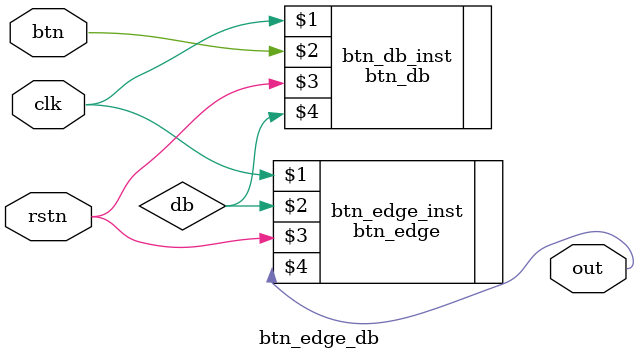
<source format=v>
`timescale 1ns / 1ps

module btn_edge_db #(parameter CYCLE=20)(
        input clk, btn, rstn,
        output out
    );
    wire db;
    btn_db #(.CYCLE(CYCLE)) btn_db_inst(clk, btn, rstn, db);
    btn_edge btn_edge_inst(clk, db, rstn, out);
endmodule

</source>
